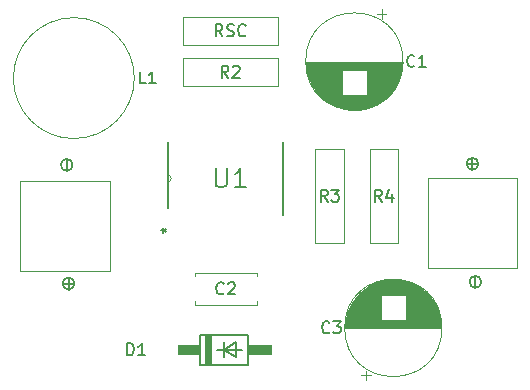
<source format=gto>
G04 #@! TF.GenerationSoftware,KiCad,Pcbnew,9.0.0*
G04 #@! TF.CreationDate,2025-05-28T17:54:46+08:00*
G04 #@! TF.ProjectId,Converter_DC,436f6e76-6572-4746-9572-5f44432e6b69,v1.0*
G04 #@! TF.SameCoordinates,Original*
G04 #@! TF.FileFunction,Legend,Top*
G04 #@! TF.FilePolarity,Positive*
%FSLAX46Y46*%
G04 Gerber Fmt 4.6, Leading zero omitted, Abs format (unit mm)*
G04 Created by KiCad (PCBNEW 9.0.0) date 2025-05-28 17:54:46*
%MOMM*%
%LPD*%
G01*
G04 APERTURE LIST*
%ADD10C,0.150000*%
%ADD11C,0.120000*%
%ADD12C,0.100000*%
%ADD13C,0.152400*%
%ADD14C,0.010000*%
%ADD15C,0.050000*%
G04 APERTURE END LIST*
D10*
X132800000Y-108400000D02*
G75*
G02*
X131800000Y-108400000I-500000J0D01*
G01*
X131800000Y-108400000D02*
G75*
G02*
X132800000Y-108400000I500000J0D01*
G01*
X132150000Y-98850000D02*
X132150000Y-97850000D01*
X132800000Y-108400000D02*
X131800000Y-108400000D01*
X132300000Y-108900000D02*
X132300000Y-107900000D01*
X132650000Y-98350000D02*
G75*
G02*
X131650000Y-98350000I-500000J0D01*
G01*
X131650000Y-98350000D02*
G75*
G02*
X132650000Y-98350000I500000J0D01*
G01*
X167250000Y-108250000D02*
G75*
G02*
X166250000Y-108250000I-500000J0D01*
G01*
X166250000Y-108250000D02*
G75*
G02*
X167250000Y-108250000I500000J0D01*
G01*
X166000000Y-98250000D02*
X167000000Y-98250000D01*
X166750000Y-107750000D02*
X166750000Y-108750000D01*
X166500000Y-97750000D02*
X166500000Y-98750000D01*
X167000000Y-98250000D02*
G75*
G02*
X166000000Y-98250000I-500000J0D01*
G01*
X166000000Y-98250000D02*
G75*
G02*
X167000000Y-98250000I500000J0D01*
G01*
X154233333Y-101454819D02*
X153900000Y-100978628D01*
X153661905Y-101454819D02*
X153661905Y-100454819D01*
X153661905Y-100454819D02*
X154042857Y-100454819D01*
X154042857Y-100454819D02*
X154138095Y-100502438D01*
X154138095Y-100502438D02*
X154185714Y-100550057D01*
X154185714Y-100550057D02*
X154233333Y-100645295D01*
X154233333Y-100645295D02*
X154233333Y-100788152D01*
X154233333Y-100788152D02*
X154185714Y-100883390D01*
X154185714Y-100883390D02*
X154138095Y-100931009D01*
X154138095Y-100931009D02*
X154042857Y-100978628D01*
X154042857Y-100978628D02*
X153661905Y-100978628D01*
X154566667Y-100454819D02*
X155185714Y-100454819D01*
X155185714Y-100454819D02*
X154852381Y-100835771D01*
X154852381Y-100835771D02*
X154995238Y-100835771D01*
X154995238Y-100835771D02*
X155090476Y-100883390D01*
X155090476Y-100883390D02*
X155138095Y-100931009D01*
X155138095Y-100931009D02*
X155185714Y-101026247D01*
X155185714Y-101026247D02*
X155185714Y-101264342D01*
X155185714Y-101264342D02*
X155138095Y-101359580D01*
X155138095Y-101359580D02*
X155090476Y-101407200D01*
X155090476Y-101407200D02*
X154995238Y-101454819D01*
X154995238Y-101454819D02*
X154709524Y-101454819D01*
X154709524Y-101454819D02*
X154614286Y-101407200D01*
X154614286Y-101407200D02*
X154566667Y-101359580D01*
X145333333Y-87454819D02*
X145000000Y-86978628D01*
X144761905Y-87454819D02*
X144761905Y-86454819D01*
X144761905Y-86454819D02*
X145142857Y-86454819D01*
X145142857Y-86454819D02*
X145238095Y-86502438D01*
X145238095Y-86502438D02*
X145285714Y-86550057D01*
X145285714Y-86550057D02*
X145333333Y-86645295D01*
X145333333Y-86645295D02*
X145333333Y-86788152D01*
X145333333Y-86788152D02*
X145285714Y-86883390D01*
X145285714Y-86883390D02*
X145238095Y-86931009D01*
X145238095Y-86931009D02*
X145142857Y-86978628D01*
X145142857Y-86978628D02*
X144761905Y-86978628D01*
X145714286Y-87407200D02*
X145857143Y-87454819D01*
X145857143Y-87454819D02*
X146095238Y-87454819D01*
X146095238Y-87454819D02*
X146190476Y-87407200D01*
X146190476Y-87407200D02*
X146238095Y-87359580D01*
X146238095Y-87359580D02*
X146285714Y-87264342D01*
X146285714Y-87264342D02*
X146285714Y-87169104D01*
X146285714Y-87169104D02*
X146238095Y-87073866D01*
X146238095Y-87073866D02*
X146190476Y-87026247D01*
X146190476Y-87026247D02*
X146095238Y-86978628D01*
X146095238Y-86978628D02*
X145904762Y-86931009D01*
X145904762Y-86931009D02*
X145809524Y-86883390D01*
X145809524Y-86883390D02*
X145761905Y-86835771D01*
X145761905Y-86835771D02*
X145714286Y-86740533D01*
X145714286Y-86740533D02*
X145714286Y-86645295D01*
X145714286Y-86645295D02*
X145761905Y-86550057D01*
X145761905Y-86550057D02*
X145809524Y-86502438D01*
X145809524Y-86502438D02*
X145904762Y-86454819D01*
X145904762Y-86454819D02*
X146142857Y-86454819D01*
X146142857Y-86454819D02*
X146285714Y-86502438D01*
X147285714Y-87359580D02*
X147238095Y-87407200D01*
X147238095Y-87407200D02*
X147095238Y-87454819D01*
X147095238Y-87454819D02*
X147000000Y-87454819D01*
X147000000Y-87454819D02*
X146857143Y-87407200D01*
X146857143Y-87407200D02*
X146761905Y-87311961D01*
X146761905Y-87311961D02*
X146714286Y-87216723D01*
X146714286Y-87216723D02*
X146666667Y-87026247D01*
X146666667Y-87026247D02*
X146666667Y-86883390D01*
X146666667Y-86883390D02*
X146714286Y-86692914D01*
X146714286Y-86692914D02*
X146761905Y-86597676D01*
X146761905Y-86597676D02*
X146857143Y-86502438D01*
X146857143Y-86502438D02*
X147000000Y-86454819D01*
X147000000Y-86454819D02*
X147095238Y-86454819D01*
X147095238Y-86454819D02*
X147238095Y-86502438D01*
X147238095Y-86502438D02*
X147285714Y-86550057D01*
X158833333Y-101454819D02*
X158500000Y-100978628D01*
X158261905Y-101454819D02*
X158261905Y-100454819D01*
X158261905Y-100454819D02*
X158642857Y-100454819D01*
X158642857Y-100454819D02*
X158738095Y-100502438D01*
X158738095Y-100502438D02*
X158785714Y-100550057D01*
X158785714Y-100550057D02*
X158833333Y-100645295D01*
X158833333Y-100645295D02*
X158833333Y-100788152D01*
X158833333Y-100788152D02*
X158785714Y-100883390D01*
X158785714Y-100883390D02*
X158738095Y-100931009D01*
X158738095Y-100931009D02*
X158642857Y-100978628D01*
X158642857Y-100978628D02*
X158261905Y-100978628D01*
X159690476Y-100788152D02*
X159690476Y-101454819D01*
X159452381Y-100407200D02*
X159214286Y-101121485D01*
X159214286Y-101121485D02*
X159833333Y-101121485D01*
X145833333Y-90954819D02*
X145500000Y-90478628D01*
X145261905Y-90954819D02*
X145261905Y-89954819D01*
X145261905Y-89954819D02*
X145642857Y-89954819D01*
X145642857Y-89954819D02*
X145738095Y-90002438D01*
X145738095Y-90002438D02*
X145785714Y-90050057D01*
X145785714Y-90050057D02*
X145833333Y-90145295D01*
X145833333Y-90145295D02*
X145833333Y-90288152D01*
X145833333Y-90288152D02*
X145785714Y-90383390D01*
X145785714Y-90383390D02*
X145738095Y-90431009D01*
X145738095Y-90431009D02*
X145642857Y-90478628D01*
X145642857Y-90478628D02*
X145261905Y-90478628D01*
X146214286Y-90050057D02*
X146261905Y-90002438D01*
X146261905Y-90002438D02*
X146357143Y-89954819D01*
X146357143Y-89954819D02*
X146595238Y-89954819D01*
X146595238Y-89954819D02*
X146690476Y-90002438D01*
X146690476Y-90002438D02*
X146738095Y-90050057D01*
X146738095Y-90050057D02*
X146785714Y-90145295D01*
X146785714Y-90145295D02*
X146785714Y-90240533D01*
X146785714Y-90240533D02*
X146738095Y-90383390D01*
X146738095Y-90383390D02*
X146166667Y-90954819D01*
X146166667Y-90954819D02*
X146785714Y-90954819D01*
X138833333Y-91454819D02*
X138357143Y-91454819D01*
X138357143Y-91454819D02*
X138357143Y-90454819D01*
X139690476Y-91454819D02*
X139119048Y-91454819D01*
X139404762Y-91454819D02*
X139404762Y-90454819D01*
X139404762Y-90454819D02*
X139309524Y-90597676D01*
X139309524Y-90597676D02*
X139214286Y-90692914D01*
X139214286Y-90692914D02*
X139119048Y-90740533D01*
X145433333Y-109209580D02*
X145385714Y-109257200D01*
X145385714Y-109257200D02*
X145242857Y-109304819D01*
X145242857Y-109304819D02*
X145147619Y-109304819D01*
X145147619Y-109304819D02*
X145004762Y-109257200D01*
X145004762Y-109257200D02*
X144909524Y-109161961D01*
X144909524Y-109161961D02*
X144861905Y-109066723D01*
X144861905Y-109066723D02*
X144814286Y-108876247D01*
X144814286Y-108876247D02*
X144814286Y-108733390D01*
X144814286Y-108733390D02*
X144861905Y-108542914D01*
X144861905Y-108542914D02*
X144909524Y-108447676D01*
X144909524Y-108447676D02*
X145004762Y-108352438D01*
X145004762Y-108352438D02*
X145147619Y-108304819D01*
X145147619Y-108304819D02*
X145242857Y-108304819D01*
X145242857Y-108304819D02*
X145385714Y-108352438D01*
X145385714Y-108352438D02*
X145433333Y-108400057D01*
X145814286Y-108400057D02*
X145861905Y-108352438D01*
X145861905Y-108352438D02*
X145957143Y-108304819D01*
X145957143Y-108304819D02*
X146195238Y-108304819D01*
X146195238Y-108304819D02*
X146290476Y-108352438D01*
X146290476Y-108352438D02*
X146338095Y-108400057D01*
X146338095Y-108400057D02*
X146385714Y-108495295D01*
X146385714Y-108495295D02*
X146385714Y-108590533D01*
X146385714Y-108590533D02*
X146338095Y-108733390D01*
X146338095Y-108733390D02*
X145766667Y-109304819D01*
X145766667Y-109304819D02*
X146385714Y-109304819D01*
X137261905Y-114454819D02*
X137261905Y-113454819D01*
X137261905Y-113454819D02*
X137500000Y-113454819D01*
X137500000Y-113454819D02*
X137642857Y-113502438D01*
X137642857Y-113502438D02*
X137738095Y-113597676D01*
X137738095Y-113597676D02*
X137785714Y-113692914D01*
X137785714Y-113692914D02*
X137833333Y-113883390D01*
X137833333Y-113883390D02*
X137833333Y-114026247D01*
X137833333Y-114026247D02*
X137785714Y-114216723D01*
X137785714Y-114216723D02*
X137738095Y-114311961D01*
X137738095Y-114311961D02*
X137642857Y-114407200D01*
X137642857Y-114407200D02*
X137500000Y-114454819D01*
X137500000Y-114454819D02*
X137261905Y-114454819D01*
X138785714Y-114454819D02*
X138214286Y-114454819D01*
X138500000Y-114454819D02*
X138500000Y-113454819D01*
X138500000Y-113454819D02*
X138404762Y-113597676D01*
X138404762Y-113597676D02*
X138309524Y-113692914D01*
X138309524Y-113692914D02*
X138214286Y-113740533D01*
X144750476Y-98610896D02*
X144750476Y-99938515D01*
X144750476Y-99938515D02*
X144828571Y-100094705D01*
X144828571Y-100094705D02*
X144906666Y-100172801D01*
X144906666Y-100172801D02*
X145062857Y-100250896D01*
X145062857Y-100250896D02*
X145375238Y-100250896D01*
X145375238Y-100250896D02*
X145531428Y-100172801D01*
X145531428Y-100172801D02*
X145609523Y-100094705D01*
X145609523Y-100094705D02*
X145687619Y-99938515D01*
X145687619Y-99938515D02*
X145687619Y-98610896D01*
X147327618Y-100250896D02*
X146390475Y-100250896D01*
X146859047Y-100250896D02*
X146859047Y-98610896D01*
X146859047Y-98610896D02*
X146702856Y-98845181D01*
X146702856Y-98845181D02*
X146546666Y-99001372D01*
X146546666Y-99001372D02*
X146390475Y-99079467D01*
X140127219Y-103894199D02*
X140365314Y-103894199D01*
X140270076Y-104132294D02*
X140365314Y-103894199D01*
X140365314Y-103894199D02*
X140270076Y-103656104D01*
X140555790Y-104037056D02*
X140365314Y-103894199D01*
X140365314Y-103894199D02*
X140555790Y-103751342D01*
X161583333Y-89956929D02*
X161535714Y-90004549D01*
X161535714Y-90004549D02*
X161392857Y-90052168D01*
X161392857Y-90052168D02*
X161297619Y-90052168D01*
X161297619Y-90052168D02*
X161154762Y-90004549D01*
X161154762Y-90004549D02*
X161059524Y-89909310D01*
X161059524Y-89909310D02*
X161011905Y-89814072D01*
X161011905Y-89814072D02*
X160964286Y-89623596D01*
X160964286Y-89623596D02*
X160964286Y-89480739D01*
X160964286Y-89480739D02*
X161011905Y-89290263D01*
X161011905Y-89290263D02*
X161059524Y-89195025D01*
X161059524Y-89195025D02*
X161154762Y-89099787D01*
X161154762Y-89099787D02*
X161297619Y-89052168D01*
X161297619Y-89052168D02*
X161392857Y-89052168D01*
X161392857Y-89052168D02*
X161535714Y-89099787D01*
X161535714Y-89099787D02*
X161583333Y-89147406D01*
X162535714Y-90052168D02*
X161964286Y-90052168D01*
X162250000Y-90052168D02*
X162250000Y-89052168D01*
X162250000Y-89052168D02*
X162154762Y-89195025D01*
X162154762Y-89195025D02*
X162059524Y-89290263D01*
X162059524Y-89290263D02*
X161964286Y-89337882D01*
X154383333Y-112509580D02*
X154335714Y-112557200D01*
X154335714Y-112557200D02*
X154192857Y-112604819D01*
X154192857Y-112604819D02*
X154097619Y-112604819D01*
X154097619Y-112604819D02*
X153954762Y-112557200D01*
X153954762Y-112557200D02*
X153859524Y-112461961D01*
X153859524Y-112461961D02*
X153811905Y-112366723D01*
X153811905Y-112366723D02*
X153764286Y-112176247D01*
X153764286Y-112176247D02*
X153764286Y-112033390D01*
X153764286Y-112033390D02*
X153811905Y-111842914D01*
X153811905Y-111842914D02*
X153859524Y-111747676D01*
X153859524Y-111747676D02*
X153954762Y-111652438D01*
X153954762Y-111652438D02*
X154097619Y-111604819D01*
X154097619Y-111604819D02*
X154192857Y-111604819D01*
X154192857Y-111604819D02*
X154335714Y-111652438D01*
X154335714Y-111652438D02*
X154383333Y-111700057D01*
X154716667Y-111604819D02*
X155335714Y-111604819D01*
X155335714Y-111604819D02*
X155002381Y-111985771D01*
X155002381Y-111985771D02*
X155145238Y-111985771D01*
X155145238Y-111985771D02*
X155240476Y-112033390D01*
X155240476Y-112033390D02*
X155288095Y-112081009D01*
X155288095Y-112081009D02*
X155335714Y-112176247D01*
X155335714Y-112176247D02*
X155335714Y-112414342D01*
X155335714Y-112414342D02*
X155288095Y-112509580D01*
X155288095Y-112509580D02*
X155240476Y-112557200D01*
X155240476Y-112557200D02*
X155145238Y-112604819D01*
X155145238Y-112604819D02*
X154859524Y-112604819D01*
X154859524Y-112604819D02*
X154764286Y-112557200D01*
X154764286Y-112557200D02*
X154716667Y-112509580D01*
D11*
X137870000Y-91000000D02*
G75*
G02*
X127630000Y-91000000I-5120000J0D01*
G01*
X127630000Y-91000000D02*
G75*
G02*
X137870000Y-91000000I5120000J0D01*
G01*
D12*
X128200000Y-99700000D02*
X128200000Y-107300000D01*
X128200000Y-107300000D02*
X135800000Y-107300000D01*
X135800000Y-99700000D02*
X128200000Y-99700000D01*
X135800000Y-107300000D02*
X135800000Y-99700000D01*
X162700000Y-99450000D02*
X162700000Y-107050000D01*
X162700000Y-107050000D02*
X170300000Y-107050000D01*
X170300000Y-99450000D02*
X162700000Y-99450000D01*
X170300000Y-107050000D02*
X170300000Y-99450000D01*
D11*
X148220000Y-109905000D02*
X148220000Y-110220000D01*
X148220000Y-107480000D02*
X148220000Y-107795000D01*
X142980000Y-110220000D02*
X148220000Y-110220000D01*
X142980000Y-109905000D02*
X142980000Y-110220000D01*
X142980000Y-107480000D02*
X148220000Y-107480000D01*
X142980000Y-107480000D02*
X142980000Y-107795000D01*
D13*
X143468000Y-112730000D02*
X143468000Y-115270000D01*
X143468000Y-112730000D02*
X147532000Y-112730000D01*
X144865000Y-114000000D02*
X145500000Y-114000000D01*
X145500000Y-113365000D02*
X145500000Y-114000000D01*
X145500000Y-114000000D02*
X145500000Y-114635000D01*
X145500000Y-114000000D02*
X146516000Y-113365000D01*
X145500000Y-114000000D02*
X147024000Y-114000000D01*
X146516000Y-113365000D02*
X146516000Y-114635000D01*
X146516000Y-114635000D02*
X145500000Y-114000000D01*
X147532000Y-115270000D02*
X143468000Y-115270000D01*
X147532000Y-115270000D02*
X147532000Y-112730000D01*
D14*
X143468000Y-114381000D02*
X141563000Y-114381000D01*
X141563000Y-113619000D01*
X143468000Y-113619000D01*
X143468000Y-114381000D01*
G36*
X143468000Y-114381000D02*
G01*
X141563000Y-114381000D01*
X141563000Y-113619000D01*
X143468000Y-113619000D01*
X143468000Y-114381000D01*
G37*
X144357000Y-115270000D02*
X143849000Y-115270000D01*
X143849000Y-112730000D01*
X144357000Y-112730000D01*
X144357000Y-115270000D01*
G36*
X144357000Y-115270000D02*
G01*
X143849000Y-115270000D01*
X143849000Y-112730000D01*
X144357000Y-112730000D01*
X144357000Y-115270000D01*
G37*
X149437000Y-114381000D02*
X147532000Y-114381000D01*
X147532000Y-113619000D01*
X149437000Y-113619000D01*
X149437000Y-114381000D01*
G36*
X149437000Y-114381000D02*
G01*
X147532000Y-114381000D01*
X147532000Y-113619000D01*
X149437000Y-113619000D01*
X149437000Y-114381000D01*
G37*
D15*
X142000000Y-85800000D02*
X150000000Y-85800000D01*
X150000000Y-88200000D01*
X142000000Y-88200000D01*
X142000000Y-85800000D01*
D13*
X140697800Y-96426600D02*
X140697800Y-99195200D01*
X140697800Y-99195200D02*
X140697800Y-99804800D01*
X140697800Y-99804800D02*
X140697800Y-102014600D01*
X150502200Y-102573400D02*
X150502200Y-96426600D01*
D12*
X140697800Y-99195200D02*
G75*
G02*
X140697800Y-99804800I0J-304800D01*
G01*
D15*
X155600000Y-97000000D02*
X153200000Y-97000000D01*
X153200000Y-105000000D01*
X155600000Y-105000000D01*
X155600000Y-97000000D01*
D11*
X155460000Y-90318349D02*
X152483000Y-90318349D01*
X155460000Y-90358349D02*
X152490000Y-90358349D01*
X155460000Y-90398349D02*
X152498000Y-90398349D01*
X155460000Y-90438349D02*
X152506000Y-90438349D01*
X155460000Y-90478349D02*
X152515000Y-90478349D01*
X155460000Y-90518349D02*
X152524000Y-90518349D01*
X155460000Y-90558349D02*
X152533000Y-90558349D01*
X155460000Y-90598349D02*
X152543000Y-90598349D01*
X155460000Y-90638349D02*
X152553000Y-90638349D01*
X155460000Y-90678349D02*
X152564000Y-90678349D01*
X155460000Y-90718349D02*
X152575000Y-90718349D01*
X155460000Y-90758349D02*
X152586000Y-90758349D01*
X155460000Y-90798349D02*
X152598000Y-90798349D01*
X155460000Y-90838349D02*
X152611000Y-90838349D01*
X155460000Y-90878349D02*
X152623000Y-90878349D01*
X155460000Y-90918349D02*
X152637000Y-90918349D01*
X155460000Y-90958349D02*
X152650000Y-90958349D01*
X155460000Y-90998349D02*
X152665000Y-90998349D01*
X155460000Y-91038349D02*
X152679000Y-91038349D01*
X155460000Y-91078349D02*
X152695000Y-91078349D01*
X155460000Y-91118349D02*
X152710000Y-91118349D01*
X155460000Y-91158349D02*
X152726000Y-91158349D01*
X155460000Y-91198349D02*
X152743000Y-91198349D01*
X155460000Y-91238349D02*
X152760000Y-91238349D01*
X155460000Y-91278349D02*
X152778000Y-91278349D01*
X155460000Y-91318349D02*
X152796000Y-91318349D01*
X155460000Y-91358349D02*
X152814000Y-91358349D01*
X155460000Y-91398349D02*
X152834000Y-91398349D01*
X155460000Y-91438349D02*
X152853000Y-91438349D01*
X155460000Y-91478349D02*
X152873000Y-91478349D01*
X155460000Y-91518349D02*
X152894000Y-91518349D01*
X155460000Y-91558349D02*
X152916000Y-91558349D01*
X155460000Y-91598349D02*
X152938000Y-91598349D01*
X155460000Y-91638349D02*
X152960000Y-91638349D01*
X155460000Y-91678349D02*
X152983000Y-91678349D01*
X155460000Y-91718349D02*
X153007000Y-91718349D01*
X155460000Y-91758349D02*
X153031000Y-91758349D01*
X155460000Y-91798349D02*
X153056000Y-91798349D01*
X155460000Y-91838349D02*
X153082000Y-91838349D01*
X155460000Y-91878349D02*
X153108000Y-91878349D01*
X155460000Y-91918349D02*
X153135000Y-91918349D01*
X155460000Y-91958349D02*
X153162000Y-91958349D01*
X155460000Y-91998349D02*
X153191000Y-91998349D01*
X155460000Y-92038349D02*
X153220000Y-92038349D01*
X155460000Y-92078349D02*
X153250000Y-92078349D01*
X155460000Y-92118349D02*
X153280000Y-92118349D01*
X155460000Y-92158349D02*
X153311000Y-92158349D01*
X155460000Y-92198349D02*
X153344000Y-92198349D01*
X155460000Y-92238349D02*
X153376000Y-92238349D01*
X155460000Y-92278349D02*
X153410000Y-92278349D01*
X155460000Y-92318349D02*
X153445000Y-92318349D01*
X155460000Y-92358349D02*
X153481000Y-92358349D01*
X157033000Y-93678349D02*
X155967000Y-93678349D01*
X157268000Y-93638349D02*
X155732000Y-93638349D01*
X157448000Y-93598349D02*
X155552000Y-93598349D01*
X157598000Y-93558349D02*
X155402000Y-93558349D01*
X157729000Y-93518349D02*
X155271000Y-93518349D01*
X157846000Y-93478349D02*
X155154000Y-93478349D01*
X157953000Y-93438349D02*
X155047000Y-93438349D01*
X158052000Y-93398349D02*
X154948000Y-93398349D01*
X158145000Y-93358349D02*
X154855000Y-93358349D01*
X158231000Y-93318349D02*
X154769000Y-93318349D01*
X158313000Y-93278349D02*
X154687000Y-93278349D01*
X158390000Y-93238349D02*
X154610000Y-93238349D01*
X158464000Y-93198349D02*
X154536000Y-93198349D01*
X158534000Y-93158349D02*
X154466000Y-93158349D01*
X158602000Y-93118349D02*
X154398000Y-93118349D01*
X158666000Y-93078349D02*
X154334000Y-93078349D01*
X158728000Y-93038349D02*
X154272000Y-93038349D01*
X158787000Y-92998349D02*
X154213000Y-92998349D01*
X158815000Y-85187651D02*
X158815000Y-85987651D01*
X158845000Y-92958349D02*
X154155000Y-92958349D01*
X158900000Y-92918349D02*
X154100000Y-92918349D01*
X158954000Y-92878349D02*
X154046000Y-92878349D01*
X159005000Y-92838349D02*
X153995000Y-92838349D01*
X159056000Y-92798349D02*
X153944000Y-92798349D01*
X159104000Y-92758349D02*
X153896000Y-92758349D01*
X159151000Y-92718349D02*
X153849000Y-92718349D01*
X159197000Y-92678349D02*
X153803000Y-92678349D01*
X159215000Y-85587651D02*
X158415000Y-85587651D01*
X159241000Y-92638349D02*
X153759000Y-92638349D01*
X159284000Y-92598349D02*
X153716000Y-92598349D01*
X159326000Y-92558349D02*
X153674000Y-92558349D01*
X159367000Y-92518349D02*
X153633000Y-92518349D01*
X159407000Y-92478349D02*
X153593000Y-92478349D01*
X159445000Y-92438349D02*
X153555000Y-92438349D01*
X159483000Y-92398349D02*
X153517000Y-92398349D01*
X159519000Y-92358349D02*
X157540000Y-92358349D01*
X159555000Y-92318349D02*
X157540000Y-92318349D01*
X159590000Y-92278349D02*
X157540000Y-92278349D01*
X159624000Y-92238349D02*
X157540000Y-92238349D01*
X159656000Y-92198349D02*
X157540000Y-92198349D01*
X159689000Y-92158349D02*
X157540000Y-92158349D01*
X159720000Y-92118349D02*
X157540000Y-92118349D01*
X159750000Y-92078349D02*
X157540000Y-92078349D01*
X159780000Y-92038349D02*
X157540000Y-92038349D01*
X159809000Y-91998349D02*
X157540000Y-91998349D01*
X159838000Y-91958349D02*
X157540000Y-91958349D01*
X159865000Y-91918349D02*
X157540000Y-91918349D01*
X159892000Y-91878349D02*
X157540000Y-91878349D01*
X159918000Y-91838349D02*
X157540000Y-91838349D01*
X159944000Y-91798349D02*
X157540000Y-91798349D01*
X159969000Y-91758349D02*
X157540000Y-91758349D01*
X159993000Y-91718349D02*
X157540000Y-91718349D01*
X160017000Y-91678349D02*
X157540000Y-91678349D01*
X160040000Y-91638349D02*
X157540000Y-91638349D01*
X160062000Y-91598349D02*
X157540000Y-91598349D01*
X160084000Y-91558349D02*
X157540000Y-91558349D01*
X160106000Y-91518349D02*
X157540000Y-91518349D01*
X160127000Y-91478349D02*
X157540000Y-91478349D01*
X160147000Y-91438349D02*
X157540000Y-91438349D01*
X160166000Y-91398349D02*
X157540000Y-91398349D01*
X160186000Y-91358349D02*
X157540000Y-91358349D01*
X160204000Y-91318349D02*
X157540000Y-91318349D01*
X160222000Y-91278349D02*
X157540000Y-91278349D01*
X160240000Y-91238349D02*
X157540000Y-91238349D01*
X160257000Y-91198349D02*
X157540000Y-91198349D01*
X160274000Y-91158349D02*
X157540000Y-91158349D01*
X160290000Y-91118349D02*
X157540000Y-91118349D01*
X160305000Y-91078349D02*
X157540000Y-91078349D01*
X160321000Y-91038349D02*
X157540000Y-91038349D01*
X160335000Y-90998349D02*
X157540000Y-90998349D01*
X160350000Y-90958349D02*
X157540000Y-90958349D01*
X160363000Y-90918349D02*
X157540000Y-90918349D01*
X160377000Y-90878349D02*
X157540000Y-90878349D01*
X160389000Y-90838349D02*
X157540000Y-90838349D01*
X160402000Y-90798349D02*
X157540000Y-90798349D01*
X160414000Y-90758349D02*
X157540000Y-90758349D01*
X160425000Y-90718349D02*
X157540000Y-90718349D01*
X160436000Y-90678349D02*
X157540000Y-90678349D01*
X160447000Y-90638349D02*
X157540000Y-90638349D01*
X160457000Y-90598349D02*
X157540000Y-90598349D01*
X160467000Y-90558349D02*
X157540000Y-90558349D01*
X160476000Y-90518349D02*
X157540000Y-90518349D01*
X160485000Y-90478349D02*
X157540000Y-90478349D01*
X160494000Y-90438349D02*
X157540000Y-90438349D01*
X160502000Y-90398349D02*
X157540000Y-90398349D01*
X160510000Y-90358349D02*
X157540000Y-90358349D01*
X160517000Y-90318349D02*
X157540000Y-90318349D01*
X160524000Y-90277349D02*
X152476000Y-90277349D01*
X160530000Y-90237349D02*
X152470000Y-90237349D01*
X160537000Y-90197349D02*
X152463000Y-90197349D01*
X160542000Y-90157349D02*
X152458000Y-90157349D01*
X160548000Y-90117349D02*
X152452000Y-90117349D01*
X160552000Y-90077349D02*
X152448000Y-90077349D01*
X160557000Y-90037349D02*
X152443000Y-90037349D01*
X160561000Y-89997349D02*
X152439000Y-89997349D01*
X160565000Y-89957349D02*
X152435000Y-89957349D01*
X160568000Y-89917349D02*
X152432000Y-89917349D01*
X160571000Y-89877349D02*
X152429000Y-89877349D01*
X160574000Y-89837349D02*
X152426000Y-89837349D01*
X160576000Y-89797349D02*
X152424000Y-89797349D01*
X160577000Y-89757349D02*
X152423000Y-89757349D01*
X160579000Y-89717349D02*
X152421000Y-89717349D01*
X160580000Y-89597349D02*
X152420000Y-89597349D01*
X160580000Y-89637349D02*
X152420000Y-89637349D01*
X160580000Y-89677349D02*
X152420000Y-89677349D01*
X160620000Y-89597349D02*
G75*
G02*
X152380000Y-89597349I-4120000J0D01*
G01*
X152380000Y-89597349D02*
G75*
G02*
X160620000Y-89597349I4120000J0D01*
G01*
D15*
X142000000Y-89300000D02*
X150000000Y-89300000D01*
X150000000Y-91700000D01*
X142000000Y-91700000D01*
X142000000Y-89300000D01*
D11*
X155720000Y-112070000D02*
X163880000Y-112070000D01*
X155720000Y-112110000D02*
X163880000Y-112110000D01*
X155720000Y-112150000D02*
X163880000Y-112150000D01*
X155721000Y-112030000D02*
X163879000Y-112030000D01*
X155723000Y-111990000D02*
X163877000Y-111990000D01*
X155724000Y-111950000D02*
X163876000Y-111950000D01*
X155726000Y-111910000D02*
X163874000Y-111910000D01*
X155729000Y-111870000D02*
X163871000Y-111870000D01*
X155732000Y-111830000D02*
X163868000Y-111830000D01*
X155735000Y-111790000D02*
X163865000Y-111790000D01*
X155739000Y-111750000D02*
X163861000Y-111750000D01*
X155743000Y-111710000D02*
X163857000Y-111710000D01*
X155748000Y-111670000D02*
X163852000Y-111670000D01*
X155752000Y-111630000D02*
X163848000Y-111630000D01*
X155758000Y-111590000D02*
X163842000Y-111590000D01*
X155763000Y-111550000D02*
X163837000Y-111550000D01*
X155770000Y-111510000D02*
X163830000Y-111510000D01*
X155776000Y-111470000D02*
X163824000Y-111470000D01*
X155783000Y-111429000D02*
X158760000Y-111429000D01*
X155790000Y-111389000D02*
X158760000Y-111389000D01*
X155798000Y-111349000D02*
X158760000Y-111349000D01*
X155806000Y-111309000D02*
X158760000Y-111309000D01*
X155815000Y-111269000D02*
X158760000Y-111269000D01*
X155824000Y-111229000D02*
X158760000Y-111229000D01*
X155833000Y-111189000D02*
X158760000Y-111189000D01*
X155843000Y-111149000D02*
X158760000Y-111149000D01*
X155853000Y-111109000D02*
X158760000Y-111109000D01*
X155864000Y-111069000D02*
X158760000Y-111069000D01*
X155875000Y-111029000D02*
X158760000Y-111029000D01*
X155886000Y-110989000D02*
X158760000Y-110989000D01*
X155898000Y-110949000D02*
X158760000Y-110949000D01*
X155911000Y-110909000D02*
X158760000Y-110909000D01*
X155923000Y-110869000D02*
X158760000Y-110869000D01*
X155937000Y-110829000D02*
X158760000Y-110829000D01*
X155950000Y-110789000D02*
X158760000Y-110789000D01*
X155965000Y-110749000D02*
X158760000Y-110749000D01*
X155979000Y-110709000D02*
X158760000Y-110709000D01*
X155995000Y-110669000D02*
X158760000Y-110669000D01*
X156010000Y-110629000D02*
X158760000Y-110629000D01*
X156026000Y-110589000D02*
X158760000Y-110589000D01*
X156043000Y-110549000D02*
X158760000Y-110549000D01*
X156060000Y-110509000D02*
X158760000Y-110509000D01*
X156078000Y-110469000D02*
X158760000Y-110469000D01*
X156096000Y-110429000D02*
X158760000Y-110429000D01*
X156114000Y-110389000D02*
X158760000Y-110389000D01*
X156134000Y-110349000D02*
X158760000Y-110349000D01*
X156153000Y-110309000D02*
X158760000Y-110309000D01*
X156173000Y-110269000D02*
X158760000Y-110269000D01*
X156194000Y-110229000D02*
X158760000Y-110229000D01*
X156216000Y-110189000D02*
X158760000Y-110189000D01*
X156238000Y-110149000D02*
X158760000Y-110149000D01*
X156260000Y-110109000D02*
X158760000Y-110109000D01*
X156283000Y-110069000D02*
X158760000Y-110069000D01*
X156307000Y-110029000D02*
X158760000Y-110029000D01*
X156331000Y-109989000D02*
X158760000Y-109989000D01*
X156356000Y-109949000D02*
X158760000Y-109949000D01*
X156382000Y-109909000D02*
X158760000Y-109909000D01*
X156408000Y-109869000D02*
X158760000Y-109869000D01*
X156435000Y-109829000D02*
X158760000Y-109829000D01*
X156462000Y-109789000D02*
X158760000Y-109789000D01*
X156491000Y-109749000D02*
X158760000Y-109749000D01*
X156520000Y-109709000D02*
X158760000Y-109709000D01*
X156550000Y-109669000D02*
X158760000Y-109669000D01*
X156580000Y-109629000D02*
X158760000Y-109629000D01*
X156611000Y-109589000D02*
X158760000Y-109589000D01*
X156644000Y-109549000D02*
X158760000Y-109549000D01*
X156676000Y-109509000D02*
X158760000Y-109509000D01*
X156710000Y-109469000D02*
X158760000Y-109469000D01*
X156745000Y-109429000D02*
X158760000Y-109429000D01*
X156781000Y-109389000D02*
X158760000Y-109389000D01*
X156817000Y-109349000D02*
X162783000Y-109349000D01*
X156855000Y-109309000D02*
X162745000Y-109309000D01*
X156893000Y-109269000D02*
X162707000Y-109269000D01*
X156933000Y-109229000D02*
X162667000Y-109229000D01*
X156974000Y-109189000D02*
X162626000Y-109189000D01*
X157016000Y-109149000D02*
X162584000Y-109149000D01*
X157059000Y-109109000D02*
X162541000Y-109109000D01*
X157085000Y-116159698D02*
X157885000Y-116159698D01*
X157103000Y-109069000D02*
X162497000Y-109069000D01*
X157149000Y-109029000D02*
X162451000Y-109029000D01*
X157196000Y-108989000D02*
X162404000Y-108989000D01*
X157244000Y-108949000D02*
X162356000Y-108949000D01*
X157295000Y-108909000D02*
X162305000Y-108909000D01*
X157346000Y-108869000D02*
X162254000Y-108869000D01*
X157400000Y-108829000D02*
X162200000Y-108829000D01*
X157455000Y-108789000D02*
X162145000Y-108789000D01*
X157485000Y-116559698D02*
X157485000Y-115759698D01*
X157513000Y-108749000D02*
X162087000Y-108749000D01*
X157572000Y-108709000D02*
X162028000Y-108709000D01*
X157634000Y-108669000D02*
X161966000Y-108669000D01*
X157698000Y-108629000D02*
X161902000Y-108629000D01*
X157766000Y-108589000D02*
X161834000Y-108589000D01*
X157836000Y-108549000D02*
X161764000Y-108549000D01*
X157910000Y-108509000D02*
X161690000Y-108509000D01*
X157987000Y-108469000D02*
X161613000Y-108469000D01*
X158069000Y-108429000D02*
X161531000Y-108429000D01*
X158155000Y-108389000D02*
X161445000Y-108389000D01*
X158248000Y-108349000D02*
X161352000Y-108349000D01*
X158347000Y-108309000D02*
X161253000Y-108309000D01*
X158454000Y-108269000D02*
X161146000Y-108269000D01*
X158571000Y-108229000D02*
X161029000Y-108229000D01*
X158702000Y-108189000D02*
X160898000Y-108189000D01*
X158852000Y-108149000D02*
X160748000Y-108149000D01*
X159032000Y-108109000D02*
X160568000Y-108109000D01*
X159267000Y-108069000D02*
X160333000Y-108069000D01*
X160840000Y-109389000D02*
X162819000Y-109389000D01*
X160840000Y-109429000D02*
X162855000Y-109429000D01*
X160840000Y-109469000D02*
X162890000Y-109469000D01*
X160840000Y-109509000D02*
X162924000Y-109509000D01*
X160840000Y-109549000D02*
X162956000Y-109549000D01*
X160840000Y-109589000D02*
X162989000Y-109589000D01*
X160840000Y-109629000D02*
X163020000Y-109629000D01*
X160840000Y-109669000D02*
X163050000Y-109669000D01*
X160840000Y-109709000D02*
X163080000Y-109709000D01*
X160840000Y-109749000D02*
X163109000Y-109749000D01*
X160840000Y-109789000D02*
X163138000Y-109789000D01*
X160840000Y-109829000D02*
X163165000Y-109829000D01*
X160840000Y-109869000D02*
X163192000Y-109869000D01*
X160840000Y-109909000D02*
X163218000Y-109909000D01*
X160840000Y-109949000D02*
X163244000Y-109949000D01*
X160840000Y-109989000D02*
X163269000Y-109989000D01*
X160840000Y-110029000D02*
X163293000Y-110029000D01*
X160840000Y-110069000D02*
X163317000Y-110069000D01*
X160840000Y-110109000D02*
X163340000Y-110109000D01*
X160840000Y-110149000D02*
X163362000Y-110149000D01*
X160840000Y-110189000D02*
X163384000Y-110189000D01*
X160840000Y-110229000D02*
X163406000Y-110229000D01*
X160840000Y-110269000D02*
X163427000Y-110269000D01*
X160840000Y-110309000D02*
X163447000Y-110309000D01*
X160840000Y-110349000D02*
X163466000Y-110349000D01*
X160840000Y-110389000D02*
X163486000Y-110389000D01*
X160840000Y-110429000D02*
X163504000Y-110429000D01*
X160840000Y-110469000D02*
X163522000Y-110469000D01*
X160840000Y-110509000D02*
X163540000Y-110509000D01*
X160840000Y-110549000D02*
X163557000Y-110549000D01*
X160840000Y-110589000D02*
X163574000Y-110589000D01*
X160840000Y-110629000D02*
X163590000Y-110629000D01*
X160840000Y-110669000D02*
X163605000Y-110669000D01*
X160840000Y-110709000D02*
X163621000Y-110709000D01*
X160840000Y-110749000D02*
X163635000Y-110749000D01*
X160840000Y-110789000D02*
X163650000Y-110789000D01*
X160840000Y-110829000D02*
X163663000Y-110829000D01*
X160840000Y-110869000D02*
X163677000Y-110869000D01*
X160840000Y-110909000D02*
X163689000Y-110909000D01*
X160840000Y-110949000D02*
X163702000Y-110949000D01*
X160840000Y-110989000D02*
X163714000Y-110989000D01*
X160840000Y-111029000D02*
X163725000Y-111029000D01*
X160840000Y-111069000D02*
X163736000Y-111069000D01*
X160840000Y-111109000D02*
X163747000Y-111109000D01*
X160840000Y-111149000D02*
X163757000Y-111149000D01*
X160840000Y-111189000D02*
X163767000Y-111189000D01*
X160840000Y-111229000D02*
X163776000Y-111229000D01*
X160840000Y-111269000D02*
X163785000Y-111269000D01*
X160840000Y-111309000D02*
X163794000Y-111309000D01*
X160840000Y-111349000D02*
X163802000Y-111349000D01*
X160840000Y-111389000D02*
X163810000Y-111389000D01*
X160840000Y-111429000D02*
X163817000Y-111429000D01*
X163920000Y-112150000D02*
G75*
G02*
X155680000Y-112150000I-4120000J0D01*
G01*
X155680000Y-112150000D02*
G75*
G02*
X163920000Y-112150000I4120000J0D01*
G01*
D15*
X160200000Y-97000000D02*
X157800000Y-97000000D01*
X157800000Y-105000000D01*
X160200000Y-105000000D01*
X160200000Y-97000000D01*
M02*

</source>
